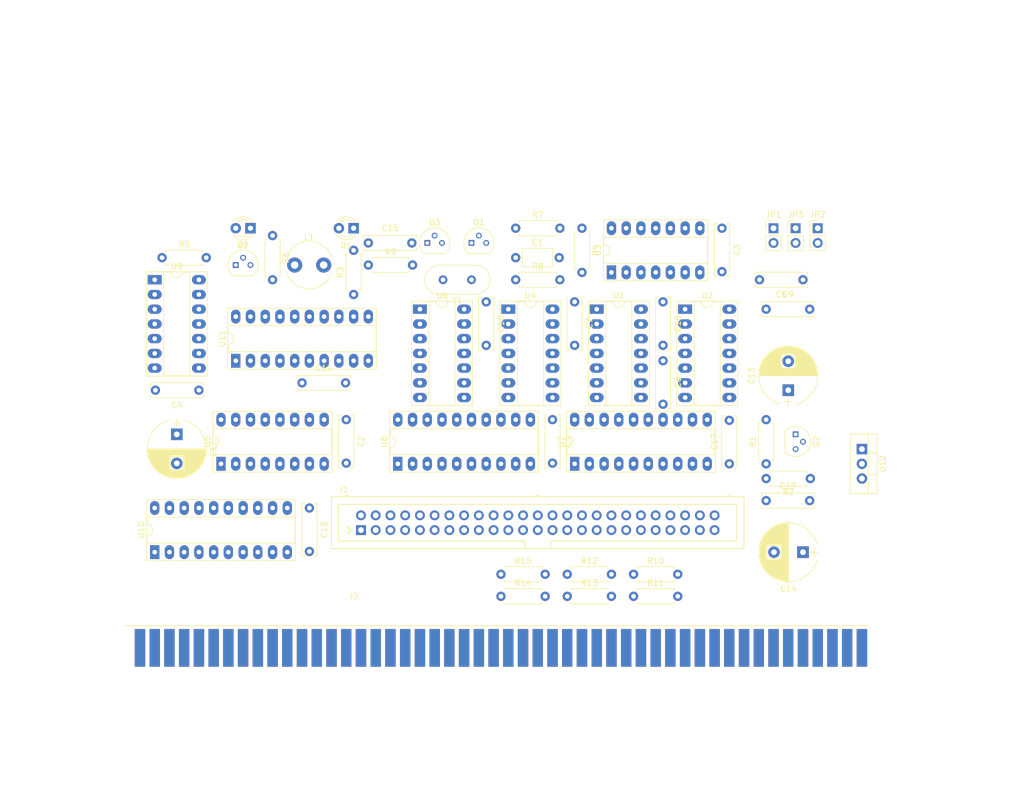
<source format=kicad_pcb>
(kicad_pcb (version 4) (host pcbnew 4.0.7)
  (layers (0 F.Cu signal) (31 B.Cu signal) (35 F.Paste user) (37 F.SilkS user) (39 F.Mask user) (44 Edge.Cuts user))
  (net 0 "")
  (net 1 "Net-(C1-Pad1)")
  (net 2 "Net-(Q1-Pad3)")
  (net 3 "Net-(Q3-Pad2)")
  (net 4 GND)
  (net 5 "Net-(D1-Pad1)")
  (net 6 "Net-(Q4-Pad2)")
  (net 7 "Net-(D2-Pad1)")
  (net 8 "Net-(D1-Pad2)")
  (net 9 "Net-(D2-Pad2)")
  (net 10 VCC)
  (net 11 "Net-(R4-Pad2)")
  (net 12 SRAM)
  (net 13 "Net-(U1-Pad1)")
  (net 14 RESET)
  (net 15 "Net-(U1-Pad2)")
  (net 16 *RESET)
  (net 17 "Net-(U1-Pad3)")
  (net 18 "Net-(U1-Pad10)")
  (net 19 "Net-(U1-Pad4)")
  (net 20 R/*W)
  (net 21 *AS)
  (net 22 OSC)
  (net 23 BALE)
  (net 24 "Net-(U2-Pad8)")
  (net 25 *DS)
  (net 26 "Net-(U2-Pad6)")
  (net 27 *IOW)
  (net 28 "Net-(U3-Pad2)")
  (net 29 *MEMR)
  (net 30 *IOR)
  (net 31 *MEMW)
  (net 32 "Net-(U4-Pad1)")
  (net 33 "Net-(U4-Pad11)")
  (net 34 *IOREQ)
  (net 35 *MREQ)
  (net 36 D15)
  (net 37 SD0)
  (net 38 D14)
  (net 39 SD1)
  (net 40 D13)
  (net 41 SD2)
  (net 42 D12)
  (net 43 SD3)
  (net 44 D11)
  (net 45 SD4)
  (net 46 D10)
  (net 47 SD5)
  (net 48 D9)
  (net 49 SD6)
  (net 50 D8)
  (net 51 SD7)
  (net 52 "Net-(U9-Pad4)")
  (net 53 A9)
  (net 54 "Net-(U9-Pad11)")
  (net 55 "Net-(U10-Pad1)")
  (net 56 D7)
  (net 57 D6)
  (net 58 D5)
  (net 59 D4)
  (net 60 D3)
  (net 61 D2)
  (net 62 D1)
  (net 63 D0)
  (net 64 SA0)
  (net 65 4MHz)
  (net 66 "Net-(J1-Pad30)")
  (net 67 "Net-(J1-Pad32)")
  (net 68 SA14)
  (net 69 "Net-(J1-Pad34)")
  (net 70 SA15)
  (net 71 "Net-(J1-Pad36)")
  (net 72 SA16)
  (net 73 IRQ)
  (net 74 SA17)
  (net 75 SA18)
  (net 76 SA19)
  (net 77 *WAIT)
  (net 78 +12V)
  (net 79 -12V)
  (net 80 -5V)
  (net 81 "Net-(J2-Pad46)")
  (net 82 "Net-(J2-Pad48)")
  (net 83 "Net-(J2-Pad52)")
  (net 84 "Net-(J2-Pad54)")
  (net 85 "Net-(J2-Pad56)")
  (net 86 "Net-(J2-Pad86)")
  (net 87 "Net-(J2-Pad88)")
  (net 88 "Net-(J2-Pad74)")
  (net 89 "Net-(J2-Pad76)")
  (net 90 "Net-(J2-Pad80)")
  (net 91 "Net-(J2-Pad82)")
  (net 92 "Net-(J2-Pad68)")
  (net 93 "Net-(J2-Pad66)")
  (net 94 "Net-(J2-Pad64)")
  (net 95 "Net-(J2-Pad62)")
  (net 96 "Net-(J2-Pad60)")
  (net 97 "Net-(J2-Pad58)")
  (net 98 "Net-(J2-Pad57)")
  (net 99 "Net-(J2-Pad59)")
  (net 100 "Net-(J2-Pad61)")
  (net 101 "Net-(J2-Pad63)")
  (net 102 "Net-(J2-Pad65)")
  (net 103 "Net-(J2-Pad67)")
  (net 104 "Net-(J2-Pad79)")
  (net 105 "Net-(J2-Pad77)")
  (net 106 "Net-(J2-Pad75)")
  (net 107 "Net-(J2-Pad73)")
  (net 108 "Net-(J2-Pad71)")
  (net 109 "Net-(J2-Pad87)")
  (net 110 "Net-(J2-Pad85)")
  (net 111 "Net-(J2-Pad51)")
  (net 112 "Net-(J2-Pad47)")
  (net 113 "Net-(J2-Pad45)")
  (net 114 SN0)
  (net 115 SN2)
  (net 116 A14)
  (net 117 A12)
  (net 118 A10)
  (net 119 A8)
  (net 120 A6)
  (net 121 A4)
  (net 122 A2)
  (net 123 A0)
  (net 124 *COMVI2)
  (net 125 MREQ)
  (net 126 *SYSINT)
  (net 127 *COMVI1)
  (net 128 *SRAM)
  (net 129 A1)
  (net 130 A3)
  (net 131 A5)
  (net 132 A7)
  (net 133 A11)
  (net 134 A13)
  (net 135 A15)
  (net 136 SN3)
  (net 137 SN1)
  (net 138 "Net-(U6-Pad4)")
  (net 139 "Net-(U6-Pad6)")
  (net 140 "Net-(U8-Pad19)")
  (net 141 I/O_CH_RDY)
  (net 142 "Net-(JP1-Pad1)")
  (net 143 COMVI2)
  (net 144 "Net-(Q2-Pad2)")
  (net 145 "Net-(C15-Pad1)")
  (net 146 "Net-(C15-Pad2)")
  (net 147 "Net-(R14-Pad1)")
  (net 148 "Net-(U6-Pad1)")
  (net 149 "Net-(U11-Pad11)")
  (net 150 "Net-(U11-Pad16)")
  (net 151 "Net-(U11-Pad19)")
  (module TO_SOT_Packages_THT:TO-92_Molded_Narrow (layer F.Cu) (at 116.84 63.5)
    (fp_text reference Q1 (at 1.27 -3.56) (layer F.SilkS))
    (fp_text value BF244C)
    (pad 2 thru_hole circle (at 1.27 -1.27 90) (size 1 1) (drill 0.6) (layers *.Cu *.Mask) (net 1 "Net-(C1-Pad1)"))
    (pad 3 thru_hole circle (at 2.54 0 90) (size 1 1) (drill 0.6) (layers *.Cu *.Mask) (net 2 "Net-(Q1-Pad3)"))
    (pad 1 thru_hole rect (at 0 0 90) (size 1 1) (drill 0.6) (layers *.Cu *.Mask) (net 146 "Net-(C15-Pad2)"))
  )
  (module TO_SOT_Packages_THT:TO-92_Molded_Narrow (layer F.Cu) (at 109.22 63.5)
    (fp_text reference Q3 (at 1.27 -3.56) (layer F.SilkS))
    (fp_text value BC547)
    (pad 2 thru_hole circle (at 1.27 -1.27 90) (size 1 1) (drill 0.6) (layers *.Cu *.Mask) (net 3 "Net-(Q3-Pad2)"))
    (pad 3 thru_hole circle (at 2.54 0 90) (size 1 1) (drill 0.6) (layers *.Cu *.Mask) (net 4 GND))
    (pad 1 thru_hole rect (at 0 0 90) (size 1 1) (drill 0.6) (layers *.Cu *.Mask) (net 5 "Net-(D1-Pad1)"))
  )
  (module TO_SOT_Packages_THT:TO-92_Molded_Narrow (layer F.Cu) (at 76.2 67.31)
    (fp_text reference Q4 (at 1.27 -3.56) (layer F.SilkS))
    (fp_text value BC547)
    (pad 2 thru_hole circle (at 1.27 -1.27 90) (size 1 1) (drill 0.6) (layers *.Cu *.Mask) (net 6 "Net-(Q4-Pad2)"))
    (pad 3 thru_hole circle (at 2.54 0 90) (size 1 1) (drill 0.6) (layers *.Cu *.Mask) (net 4 GND))
    (pad 1 thru_hole rect (at 0 0 90) (size 1 1) (drill 0.6) (layers *.Cu *.Mask) (net 7 "Net-(D2-Pad1)"))
  )
  (module Capacitors_THT:C_Axial_L5.1mm_D3.1mm_P7.50mm_Horizontal (layer F.Cu) (at 124.46 66.04)
    (fp_text reference C1 (at 3.75 -2.61) (layer F.SilkS))
    (fp_text value C)
    (pad 1 thru_hole circle (at 0 0) (size 1.6 1.6) (drill 0.8) (layers *.Cu *.Mask) (net 1 "Net-(C1-Pad1)"))
    (pad 2 thru_hole oval (at 7.5 0) (size 1.6 1.6) (drill 0.8) (layers *.Cu *.Mask) (net 4 GND))
  )
  (module LEDs:LED_D3.0mm (layer F.Cu) (at 96.52 60.96 180)
    (fp_text reference D1 (at 1.27 -2.96 180) (layer F.SilkS))
    (fp_text value LED)
    (pad 1 thru_hole rect (at 0 0 180) (size 1.8 1.8) (drill 0.9) (layers *.Cu *.Mask) (net 5 "Net-(D1-Pad1)"))
    (pad 2 thru_hole circle (at 2.54 0 180) (size 1.8 1.8) (drill 0.9) (layers *.Cu *.Mask) (net 8 "Net-(D1-Pad2)"))
  )
  (module LEDs:LED_D3.0mm (layer F.Cu) (at 78.74 60.96 180)
    (fp_text reference D2 (at 1.27 -2.96 180) (layer F.SilkS))
    (fp_text value LED)
    (pad 1 thru_hole rect (at 0 0 180) (size 1.8 1.8) (drill 0.9) (layers *.Cu *.Mask) (net 7 "Net-(D2-Pad1)"))
    (pad 2 thru_hole circle (at 2.54 0 180) (size 1.8 1.8) (drill 0.9) (layers *.Cu *.Mask) (net 9 "Net-(D2-Pad2)"))
  )
  (module Inductors_THT:L_Radial_D7.5mm_P5.00mm_Fastron_07P (layer F.Cu) (at 86.36 67.31)
    (fp_text reference L1 (at 2.5 -4.81) (layer F.SilkS))
    (fp_text value 1.8m)
    (pad 1 thru_hole circle (at 0 0) (size 2.6 2.6) (drill 1.3) (layers *.Cu *.Mask) (net 10 VCC))
    (pad 2 thru_hole circle (at 5 0) (size 2.6 2.6) (drill 1.3) (layers *.Cu *.Mask) (net 146 "Net-(C15-Pad2)"))
  )
  (module Resistors_THT:R_Axial_DIN0207_L6.3mm_D2.5mm_P7.62mm_Horizontal (layer F.Cu) (at 96.52 72.39 90)
    (fp_text reference R3 (at 3.81 -2.31 90) (layer F.SilkS))
    (fp_text value 470)
    (pad 1 thru_hole circle (at 0 0 90) (size 1.6 1.6) (drill 0.8) (layers *.Cu *.Mask) (net 10 VCC))
    (pad 2 thru_hole oval (at 7.62 0 90) (size 1.6 1.6) (drill 0.8) (layers *.Cu *.Mask) (net 8 "Net-(D1-Pad2)"))
  )
  (module Resistors_THT:R_Axial_DIN0207_L6.3mm_D2.5mm_P7.62mm_Horizontal (layer F.Cu) (at 135.89 60.96 270)
    (fp_text reference R4 (at 3.81 -2.31 270) (layer F.SilkS))
    (fp_text value 8.2k)
    (pad 1 thru_hole circle (at 0 0 270) (size 1.6 1.6) (drill 0.8) (layers *.Cu *.Mask) (net 3 "Net-(Q3-Pad2)"))
    (pad 2 thru_hole oval (at 7.62 0 270) (size 1.6 1.6) (drill 0.8) (layers *.Cu *.Mask) (net 11 "Net-(R4-Pad2)"))
  )
  (module Resistors_THT:R_Axial_DIN0207_L6.3mm_D2.5mm_P7.62mm_Horizontal (layer F.Cu) (at 63.5 66.04)
    (fp_text reference R5 (at 3.81 -2.31) (layer F.SilkS))
    (fp_text value 470)
    (pad 1 thru_hole circle (at 0 0) (size 1.6 1.6) (drill 0.8) (layers *.Cu *.Mask) (net 10 VCC))
    (pad 2 thru_hole oval (at 7.62 0) (size 1.6 1.6) (drill 0.8) (layers *.Cu *.Mask) (net 9 "Net-(D2-Pad2)"))
  )
  (module Resistors_THT:R_Axial_DIN0207_L6.3mm_D2.5mm_P7.62mm_Horizontal (layer F.Cu) (at 82.55 62.23 270)
    (fp_text reference R6 (at 3.81 -2.31 270) (layer F.SilkS))
    (fp_text value 8.2k)
    (pad 1 thru_hole circle (at 0 0 270) (size 1.6 1.6) (drill 0.8) (layers *.Cu *.Mask) (net 6 "Net-(Q4-Pad2)"))
    (pad 2 thru_hole oval (at 7.62 0 270) (size 1.6 1.6) (drill 0.8) (layers *.Cu *.Mask) (net 12 SRAM))
  )
  (module Resistors_THT:R_Axial_DIN0207_L6.3mm_D2.5mm_P7.62mm_Horizontal (layer F.Cu) (at 124.46 60.96)
    (fp_text reference R7 (at 3.81 -2.31) (layer F.SilkS))
    (fp_text value 100k)
    (pad 1 thru_hole circle (at 0 0) (size 1.6 1.6) (drill 0.8) (layers *.Cu *.Mask) (net 2 "Net-(Q1-Pad3)"))
    (pad 2 thru_hole oval (at 7.62 0) (size 1.6 1.6) (drill 0.8) (layers *.Cu *.Mask) (net 4 GND))
  )
  (module Resistors_THT:R_Axial_DIN0207_L6.3mm_D2.5mm_P7.62mm_Horizontal (layer F.Cu) (at 124.46 69.85)
    (fp_text reference R8 (at 3.81 -2.31) (layer F.SilkS))
    (fp_text value 1k)
    (pad 1 thru_hole circle (at 0 0) (size 1.6 1.6) (drill 0.8) (layers *.Cu *.Mask) (net 1 "Net-(C1-Pad1)"))
    (pad 2 thru_hole oval (at 7.62 0) (size 1.6 1.6) (drill 0.8) (layers *.Cu *.Mask) (net 4 GND))
  )
  (module Resistors_THT:R_Axial_DIN0207_L6.3mm_D2.5mm_P7.62mm_Horizontal (layer F.Cu) (at 99.06 67.31)
    (fp_text reference R9 (at 3.81 -2.31) (layer F.SilkS))
    (fp_text value 3.3k)
    (pad 1 thru_hole circle (at 0 0) (size 1.6 1.6) (drill 0.8) (layers *.Cu *.Mask) (net 145 "Net-(C15-Pad1)"))
    (pad 2 thru_hole oval (at 7.62 0) (size 1.6 1.6) (drill 0.8) (layers *.Cu *.Mask) (net 4 GND))
  )
  (module Housings_DIP:DIP-14_W7.62mm_Socket_LongPads (layer F.Cu) (at 138.43 74.93)
    (fp_text reference U1 (at 3.81 -2.33) (layer F.SilkS))
    (fp_text value 74LS04)
    (pad 1 thru_hole rect (at 0 0) (size 2.4 1.6) (drill 0.8) (layers *.Cu *.Mask) (net 13 "Net-(U1-Pad1)"))
    (pad 8 thru_hole oval (at 7.62 15.24) (size 2.4 1.6) (drill 0.8) (layers *.Cu *.Mask) (net 14 RESET))
    (pad 2 thru_hole oval (at 0 2.54) (size 2.4 1.6) (drill 0.8) (layers *.Cu *.Mask) (net 15 "Net-(U1-Pad2)"))
    (pad 9 thru_hole oval (at 7.62 12.7) (size 2.4 1.6) (drill 0.8) (layers *.Cu *.Mask) (net 16 *RESET))
    (pad 3 thru_hole oval (at 0 5.08) (size 2.4 1.6) (drill 0.8) (layers *.Cu *.Mask) (net 17 "Net-(U1-Pad3)"))
    (pad 10 thru_hole oval (at 7.62 10.16) (size 2.4 1.6) (drill 0.8) (layers *.Cu *.Mask) (net 18 "Net-(U1-Pad10)"))
    (pad 4 thru_hole oval (at 0 7.62) (size 2.4 1.6) (drill 0.8) (layers *.Cu *.Mask) (net 19 "Net-(U1-Pad4)"))
    (pad 11 thru_hole oval (at 7.62 7.62) (size 2.4 1.6) (drill 0.8) (layers *.Cu *.Mask) (net 20 R/*W))
    (pad 5 thru_hole oval (at 0 10.16) (size 2.4 1.6) (drill 0.8) (layers *.Cu *.Mask) (net 21 *AS))
    (pad 12 thru_hole oval (at 7.62 5.08) (size 2.4 1.6) (drill 0.8) (layers *.Cu *.Mask) (net 22 OSC))
    (pad 6 thru_hole oval (at 0 12.7) (size 2.4 1.6) (drill 0.8) (layers *.Cu *.Mask) (net 23 BALE))
    (pad 13 thru_hole oval (at 7.62 2.54) (size 2.4 1.6) (drill 0.8) (layers *.Cu *.Mask) (net 145 "Net-(C15-Pad1)"))
    (pad 7 thru_hole oval (at 0 15.24) (size 2.4 1.6) (drill 0.8) (layers *.Cu *.Mask) (net 4 GND))
    (pad 14 thru_hole oval (at 7.62 0) (size 2.4 1.6) (drill 0.8) (layers *.Cu *.Mask) (net 10 VCC))
  )
  (module Housings_DIP:DIP-14_W7.62mm_Socket_LongPads (layer F.Cu) (at 153.67 74.93)
    (fp_text reference U2 (at 3.81 -2.33) (layer F.SilkS))
    (fp_text value 74LS74)
    (pad 1 thru_hole rect (at 0 0) (size 2.4 1.6) (drill 0.8) (layers *.Cu *.Mask) (net 15 "Net-(U1-Pad2)"))
    (pad 8 thru_hole oval (at 7.62 15.24) (size 2.4 1.6) (drill 0.8) (layers *.Cu *.Mask) (net 24 "Net-(U2-Pad8)"))
    (pad 2 thru_hole oval (at 0 2.54) (size 2.4 1.6) (drill 0.8) (layers *.Cu *.Mask) (net 10 VCC))
    (pad 9 thru_hole oval (at 7.62 12.7) (size 2.4 1.6) (drill 0.8) (layers *.Cu *.Mask) (net 17 "Net-(U1-Pad3)"))
    (pad 3 thru_hole oval (at 0 5.08) (size 2.4 1.6) (drill 0.8) (layers *.Cu *.Mask) (net 21 *AS))
    (pad 10 thru_hole oval (at 7.62 10.16) (size 2.4 1.6) (drill 0.8) (layers *.Cu *.Mask) (net 10 VCC))
    (pad 4 thru_hole oval (at 0 7.62) (size 2.4 1.6) (drill 0.8) (layers *.Cu *.Mask) (net 10 VCC))
    (pad 11 thru_hole oval (at 7.62 7.62) (size 2.4 1.6) (drill 0.8) (layers *.Cu *.Mask) (net 25 *DS))
    (pad 5 thru_hole oval (at 0 10.16) (size 2.4 1.6) (drill 0.8) (layers *.Cu *.Mask) (net 13 "Net-(U1-Pad1)"))
    (pad 12 thru_hole oval (at 7.62 5.08) (size 2.4 1.6) (drill 0.8) (layers *.Cu *.Mask) (net 10 VCC))
    (pad 6 thru_hole oval (at 0 12.7) (size 2.4 1.6) (drill 0.8) (layers *.Cu *.Mask) (net 26 "Net-(U2-Pad6)"))
    (pad 13 thru_hole oval (at 7.62 2.54) (size 2.4 1.6) (drill 0.8) (layers *.Cu *.Mask) (net 19 "Net-(U1-Pad4)"))
    (pad 7 thru_hole oval (at 0 15.24) (size 2.4 1.6) (drill 0.8) (layers *.Cu *.Mask) (net 4 GND))
    (pad 14 thru_hole oval (at 7.62 0) (size 2.4 1.6) (drill 0.8) (layers *.Cu *.Mask) (net 10 VCC))
  )
  (module Housings_DIP:DIP-14_W7.62mm_Socket_LongPads (layer F.Cu) (at 140.97 68.58 90)
    (fp_text reference U3 (at 3.81 -2.33 90) (layer F.SilkS))
    (fp_text value 74LS00)
    (pad 1 thru_hole rect (at 0 0 90) (size 2.4 1.6) (drill 0.8) (layers *.Cu *.Mask) (net 20 R/*W))
    (pad 8 thru_hole oval (at 7.62 15.24 90) (size 2.4 1.6) (drill 0.8) (layers *.Cu *.Mask) (net 27 *IOW))
    (pad 2 thru_hole oval (at 0 2.54 90) (size 2.4 1.6) (drill 0.8) (layers *.Cu *.Mask) (net 28 "Net-(U3-Pad2)"))
    (pad 9 thru_hole oval (at 7.62 12.7 90) (size 2.4 1.6) (drill 0.8) (layers *.Cu *.Mask) (net 11 "Net-(R4-Pad2)"))
    (pad 3 thru_hole oval (at 0 5.08 90) (size 2.4 1.6) (drill 0.8) (layers *.Cu *.Mask) (net 29 *MEMR))
    (pad 10 thru_hole oval (at 7.62 10.16 90) (size 2.4 1.6) (drill 0.8) (layers *.Cu *.Mask) (net 18 "Net-(U1-Pad10)"))
    (pad 4 thru_hole oval (at 0 7.62 90) (size 2.4 1.6) (drill 0.8) (layers *.Cu *.Mask) (net 18 "Net-(U1-Pad10)"))
    (pad 11 thru_hole oval (at 7.62 7.62 90) (size 2.4 1.6) (drill 0.8) (layers *.Cu *.Mask) (net 30 *IOR))
    (pad 5 thru_hole oval (at 0 10.16 90) (size 2.4 1.6) (drill 0.8) (layers *.Cu *.Mask) (net 28 "Net-(U3-Pad2)"))
    (pad 12 thru_hole oval (at 7.62 5.08 90) (size 2.4 1.6) (drill 0.8) (layers *.Cu *.Mask) (net 11 "Net-(R4-Pad2)"))
    (pad 6 thru_hole oval (at 0 12.7 90) (size 2.4 1.6) (drill 0.8) (layers *.Cu *.Mask) (net 31 *MEMW))
    (pad 13 thru_hole oval (at 7.62 2.54 90) (size 2.4 1.6) (drill 0.8) (layers *.Cu *.Mask) (net 20 R/*W))
    (pad 7 thru_hole oval (at 0 15.24 90) (size 2.4 1.6) (drill 0.8) (layers *.Cu *.Mask) (net 4 GND))
    (pad 14 thru_hole oval (at 7.62 0 90) (size 2.4 1.6) (drill 0.8) (layers *.Cu *.Mask) (net 10 VCC))
  )
  (module Housings_DIP:DIP-14_W7.62mm_Socket_LongPads (layer F.Cu) (at 123.19 74.93)
    (fp_text reference U4 (at 3.81 -2.33) (layer F.SilkS))
    (fp_text value 74LS02)
    (pad 1 thru_hole rect (at 0 0) (size 2.4 1.6) (drill 0.8) (layers *.Cu *.Mask) (net 32 "Net-(U4-Pad1)"))
    (pad 8 thru_hole oval (at 7.62 15.24) (size 2.4 1.6) (drill 0.8) (layers *.Cu *.Mask) (net 33 "Net-(U4-Pad11)"))
    (pad 2 thru_hole oval (at 0 2.54) (size 2.4 1.6) (drill 0.8) (layers *.Cu *.Mask) (net 33 "Net-(U4-Pad11)"))
    (pad 9 thru_hole oval (at 7.62 12.7) (size 2.4 1.6) (drill 0.8) (layers *.Cu *.Mask) (net 34 *IOREQ))
    (pad 3 thru_hole oval (at 0 5.08) (size 2.4 1.6) (drill 0.8) (layers *.Cu *.Mask) (net 17 "Net-(U1-Pad3)"))
    (pad 10 thru_hole oval (at 7.62 10.16) (size 2.4 1.6) (drill 0.8) (layers *.Cu *.Mask) (net 11 "Net-(R4-Pad2)"))
    (pad 4 thru_hole oval (at 0 7.62) (size 2.4 1.6) (drill 0.8) (layers *.Cu *.Mask) (net 33 "Net-(U4-Pad11)"))
    (pad 11 thru_hole oval (at 7.62 7.62) (size 2.4 1.6) (drill 0.8) (layers *.Cu *.Mask) (net 33 "Net-(U4-Pad11)"))
    (pad 5 thru_hole oval (at 0 10.16) (size 2.4 1.6) (drill 0.8) (layers *.Cu *.Mask) (net 13 "Net-(U1-Pad1)"))
    (pad 12 thru_hole oval (at 7.62 5.08) (size 2.4 1.6) (drill 0.8) (layers *.Cu *.Mask) (net 35 *MREQ))
    (pad 6 thru_hole oval (at 0 12.7) (size 2.4 1.6) (drill 0.8) (layers *.Cu *.Mask) (net 32 "Net-(U4-Pad1)"))
    (pad 13 thru_hole oval (at 7.62 2.54) (size 2.4 1.6) (drill 0.8) (layers *.Cu *.Mask) (net 28 "Net-(U3-Pad2)"))
    (pad 7 thru_hole oval (at 0 15.24) (size 2.4 1.6) (drill 0.8) (layers *.Cu *.Mask) (net 4 GND))
    (pad 14 thru_hole oval (at 7.62 0) (size 2.4 1.6) (drill 0.8) (layers *.Cu *.Mask) (net 10 VCC))
  )
  (module Housings_DIP:DIP-20_W7.62mm_Socket_LongPads (layer F.Cu) (at 104.14 101.6 90)
    (fp_text reference U8 (at 3.81 -2.33 90) (layer F.SilkS))
    (fp_text value 74LS245)
    (pad 1 thru_hole rect (at 0 0 90) (size 2.4 1.6) (drill 0.8) (layers *.Cu *.Mask) (net 10 VCC))
    (pad 11 thru_hole oval (at 7.62 22.86 90) (size 2.4 1.6) (drill 0.8) (layers *.Cu *.Mask) (net 36 D15))
    (pad 2 thru_hole oval (at 0 2.54 90) (size 2.4 1.6) (drill 0.8) (layers *.Cu *.Mask) (net 37 SD0))
    (pad 12 thru_hole oval (at 7.62 20.32 90) (size 2.4 1.6) (drill 0.8) (layers *.Cu *.Mask) (net 38 D14))
    (pad 3 thru_hole oval (at 0 5.08 90) (size 2.4 1.6) (drill 0.8) (layers *.Cu *.Mask) (net 39 SD1))
    (pad 13 thru_hole oval (at 7.62 17.78 90) (size 2.4 1.6) (drill 0.8) (layers *.Cu *.Mask) (net 40 D13))
    (pad 4 thru_hole oval (at 0 7.62 90) (size 2.4 1.6) (drill 0.8) (layers *.Cu *.Mask) (net 41 SD2))
    (pad 14 thru_hole oval (at 7.62 15.24 90) (size 2.4 1.6) (drill 0.8) (layers *.Cu *.Mask) (net 42 D12))
    (pad 5 thru_hole oval (at 0 10.16 90) (size 2.4 1.6) (drill 0.8) (layers *.Cu *.Mask) (net 43 SD3))
    (pad 15 thru_hole oval (at 7.62 12.7 90) (size 2.4 1.6) (drill 0.8) (layers *.Cu *.Mask) (net 44 D11))
    (pad 6 thru_hole oval (at 0 12.7 90) (size 2.4 1.6) (drill 0.8) (layers *.Cu *.Mask) (net 45 SD4))
    (pad 16 thru_hole oval (at 7.62 10.16 90) (size 2.4 1.6) (drill 0.8) (layers *.Cu *.Mask) (net 46 D10))
    (pad 7 thru_hole oval (at 0 15.24 90) (size 2.4 1.6) (drill 0.8) (layers *.Cu *.Mask) (net 47 SD5))
    (pad 17 thru_hole oval (at 7.62 7.62 90) (size 2.4 1.6) (drill 0.8) (layers *.Cu *.Mask) (net 48 D9))
    (pad 8 thru_hole oval (at 0 17.78 90) (size 2.4 1.6) (drill 0.8) (layers *.Cu *.Mask) (net 49 SD6))
    (pad 18 thru_hole oval (at 7.62 5.08 90) (size 2.4 1.6) (drill 0.8) (layers *.Cu *.Mask) (net 50 D8))
    (pad 9 thru_hole oval (at 0 20.32 90) (size 2.4 1.6) (drill 0.8) (layers *.Cu *.Mask) (net 51 SD7))
    (pad 19 thru_hole oval (at 7.62 2.54 90) (size 2.4 1.6) (drill 0.8) (layers *.Cu *.Mask) (net 140 "Net-(U8-Pad19)"))
    (pad 10 thru_hole oval (at 0 22.86 90) (size 2.4 1.6) (drill 0.8) (layers *.Cu *.Mask) (net 4 GND))
    (pad 20 thru_hole oval (at 7.62 0 90) (size 2.4 1.6) (drill 0.8) (layers *.Cu *.Mask) (net 10 VCC))
  )
  (module Housings_DIP:DIP-14_W7.62mm_Socket_LongPads (layer F.Cu) (at 62.23 69.85)
    (fp_text reference U9 (at 3.81 -2.33) (layer F.SilkS))
    (fp_text value 74LS00)
    (pad 1 thru_hole rect (at 0 0) (size 2.4 1.6) (drill 0.8) (layers *.Cu *.Mask) (net 20 R/*W))
    (pad 8 thru_hole oval (at 7.62 15.24) (size 2.4 1.6) (drill 0.8) (layers *.Cu *.Mask) (net 52 "Net-(U9-Pad4)"))
    (pad 2 thru_hole oval (at 0 2.54) (size 2.4 1.6) (drill 0.8) (layers *.Cu *.Mask) (net 12 SRAM))
    (pad 9 thru_hole oval (at 7.62 12.7) (size 2.4 1.6) (drill 0.8) (layers *.Cu *.Mask) (net 138 "Net-(U6-Pad4)"))
    (pad 3 thru_hole oval (at 0 5.08) (size 2.4 1.6) (drill 0.8) (layers *.Cu *.Mask) (net 140 "Net-(U8-Pad19)"))
    (pad 10 thru_hole oval (at 7.62 10.16) (size 2.4 1.6) (drill 0.8) (layers *.Cu *.Mask) (net 53 A9))
    (pad 4 thru_hole oval (at 0 7.62) (size 2.4 1.6) (drill 0.8) (layers *.Cu *.Mask) (net 52 "Net-(U9-Pad4)"))
    (pad 11 thru_hole oval (at 7.62 7.62) (size 2.4 1.6) (drill 0.8) (layers *.Cu *.Mask) (net 54 "Net-(U9-Pad11)"))
    (pad 5 thru_hole oval (at 0 10.16) (size 2.4 1.6) (drill 0.8) (layers *.Cu *.Mask) (net 54 "Net-(U9-Pad11)"))
    (pad 12 thru_hole oval (at 7.62 5.08) (size 2.4 1.6) (drill 0.8) (layers *.Cu *.Mask) (net 139 "Net-(U6-Pad6)"))
    (pad 6 thru_hole oval (at 0 12.7) (size 2.4 1.6) (drill 0.8) (layers *.Cu *.Mask) (net 55 "Net-(U10-Pad1)"))
    (pad 13 thru_hole oval (at 7.62 2.54) (size 2.4 1.6) (drill 0.8) (layers *.Cu *.Mask) (net 12 SRAM))
    (pad 7 thru_hole oval (at 0 15.24) (size 2.4 1.6) (drill 0.8) (layers *.Cu *.Mask) (net 4 GND))
    (pad 14 thru_hole oval (at 7.62 0) (size 2.4 1.6) (drill 0.8) (layers *.Cu *.Mask) (net 10 VCC))
  )
  (module Housings_DIP:DIP-20_W7.62mm_Socket_LongPads (layer F.Cu) (at 62.23 116.84 90)
    (fp_text reference U10 (at 3.81 -2.33 90) (layer F.SilkS))
    (fp_text value 74LS245)
    (pad 1 thru_hole rect (at 0 0 90) (size 2.4 1.6) (drill 0.8) (layers *.Cu *.Mask) (net 55 "Net-(U10-Pad1)"))
    (pad 11 thru_hole oval (at 7.62 22.86 90) (size 2.4 1.6) (drill 0.8) (layers *.Cu *.Mask) (net 56 D7))
    (pad 2 thru_hole oval (at 0 2.54 90) (size 2.4 1.6) (drill 0.8) (layers *.Cu *.Mask) (net 37 SD0))
    (pad 12 thru_hole oval (at 7.62 20.32 90) (size 2.4 1.6) (drill 0.8) (layers *.Cu *.Mask) (net 57 D6))
    (pad 3 thru_hole oval (at 0 5.08 90) (size 2.4 1.6) (drill 0.8) (layers *.Cu *.Mask) (net 39 SD1))
    (pad 13 thru_hole oval (at 7.62 17.78 90) (size 2.4 1.6) (drill 0.8) (layers *.Cu *.Mask) (net 58 D5))
    (pad 4 thru_hole oval (at 0 7.62 90) (size 2.4 1.6) (drill 0.8) (layers *.Cu *.Mask) (net 41 SD2))
    (pad 14 thru_hole oval (at 7.62 15.24 90) (size 2.4 1.6) (drill 0.8) (layers *.Cu *.Mask) (net 59 D4))
    (pad 5 thru_hole oval (at 0 10.16 90) (size 2.4 1.6) (drill 0.8) (layers *.Cu *.Mask) (net 43 SD3))
    (pad 15 thru_hole oval (at 7.62 12.7 90) (size 2.4 1.6) (drill 0.8) (layers *.Cu *.Mask) (net 60 D3))
    (pad 6 thru_hole oval (at 0 12.7 90) (size 2.4 1.6) (drill 0.8) (layers *.Cu *.Mask) (net 45 SD4))
    (pad 16 thru_hole oval (at 7.62 10.16 90) (size 2.4 1.6) (drill 0.8) (layers *.Cu *.Mask) (net 61 D2))
    (pad 7 thru_hole oval (at 0 15.24 90) (size 2.4 1.6) (drill 0.8) (layers *.Cu *.Mask) (net 47 SD5))
    (pad 17 thru_hole oval (at 7.62 7.62 90) (size 2.4 1.6) (drill 0.8) (layers *.Cu *.Mask) (net 62 D1))
    (pad 8 thru_hole oval (at 0 17.78 90) (size 2.4 1.6) (drill 0.8) (layers *.Cu *.Mask) (net 49 SD6))
    (pad 18 thru_hole oval (at 7.62 5.08 90) (size 2.4 1.6) (drill 0.8) (layers *.Cu *.Mask) (net 63 D0))
    (pad 9 thru_hole oval (at 0 20.32 90) (size 2.4 1.6) (drill 0.8) (layers *.Cu *.Mask) (net 51 SD7))
    (pad 19 thru_hole oval (at 7.62 2.54 90) (size 2.4 1.6) (drill 0.8) (layers *.Cu *.Mask) (net 4 GND))
    (pad 10 thru_hole oval (at 0 22.86 90) (size 2.4 1.6) (drill 0.8) (layers *.Cu *.Mask) (net 4 GND))
    (pad 20 thru_hole oval (at 7.62 0 90) (size 2.4 1.6) (drill 0.8) (layers *.Cu *.Mask) (net 10 VCC))
  )
  (module Crystals:Crystal_HC18-U_Vertical (layer F.Cu) (at 116.84 69.85 180)
    (fp_text reference Y1 (at 2.45 -3.525 180) (layer F.SilkS))
    (fp_text value 14.31818MHz)
    (pad 1 thru_hole circle (at 0 0 180) (size 1.5 1.5) (drill 0.8) (layers *.Cu *.Mask) (net 2 "Net-(Q1-Pad3)"))
    (pad 2 thru_hole circle (at 4.9 0 180) (size 1.5 1.5) (drill 0.8) (layers *.Cu *.Mask) (net 146 "Net-(C15-Pad2)"))
  )
  (module Capacitors_THT:C_Rect_L9.0mm_W2.5mm_P7.50mm_MKT (layer F.Cu) (at 95.25 93.98 270)
    (fp_text reference C2 (at 3.75 -2.56 270) (layer F.SilkS))
    (fp_text value C)
    (pad 1 thru_hole circle (at 0 0 270) (size 1.6 1.6) (drill 0.8) (layers *.Cu *.Mask) (net 10 VCC))
    (pad 2 thru_hole circle (at 7.5 0 270) (size 1.6 1.6) (drill 0.8) (layers *.Cu *.Mask) (net 4 GND))
  )
  (module Capacitors_THT:C_Rect_L9.0mm_W2.5mm_P7.50mm_MKT (layer F.Cu) (at 160.02 60.96 270)
    (fp_text reference C3 (at 3.75 -2.56 270) (layer F.SilkS))
    (fp_text value C)
    (pad 1 thru_hole circle (at 0 0 270) (size 1.6 1.6) (drill 0.8) (layers *.Cu *.Mask) (net 10 VCC))
    (pad 2 thru_hole circle (at 7.5 0 270) (size 1.6 1.6) (drill 0.8) (layers *.Cu *.Mask) (net 4 GND))
  )
  (module Capacitors_THT:C_Rect_L9.0mm_W2.5mm_P7.50mm_MKT (layer F.Cu) (at 69.85 88.9 180)
    (fp_text reference C4 (at 3.75 -2.56 180) (layer F.SilkS))
    (fp_text value C)
    (pad 1 thru_hole circle (at 0 0 180) (size 1.6 1.6) (drill 0.8) (layers *.Cu *.Mask) (net 10 VCC))
    (pad 2 thru_hole circle (at 7.5 0 180) (size 1.6 1.6) (drill 0.8) (layers *.Cu *.Mask) (net 4 GND))
  )
  (module Capacitors_THT:C_Rect_L9.0mm_W2.5mm_P7.50mm_MKT (layer F.Cu) (at 173.99 69.85 180)
    (fp_text reference C5 (at 3.75 -2.56 180) (layer F.SilkS))
    (fp_text value C)
    (pad 1 thru_hole circle (at 0 0 180) (size 1.6 1.6) (drill 0.8) (layers *.Cu *.Mask) (net 10 VCC))
    (pad 2 thru_hole circle (at 7.5 0 180) (size 1.6 1.6) (drill 0.8) (layers *.Cu *.Mask) (net 4 GND))
  )
  (module Capacitors_THT:C_Rect_L9.0mm_W2.5mm_P7.50mm_MKT (layer F.Cu) (at 130.81 93.98 270)
    (fp_text reference C6 (at 3.75 -2.56 270) (layer F.SilkS))
    (fp_text value C)
    (pad 1 thru_hole circle (at 0 0 270) (size 1.6 1.6) (drill 0.8) (layers *.Cu *.Mask) (net 10 VCC))
    (pad 2 thru_hole circle (at 7.5 0 270) (size 1.6 1.6) (drill 0.8) (layers *.Cu *.Mask) (net 4 GND))
  )
  (module Capacitors_THT:C_Rect_L9.0mm_W2.5mm_P7.50mm_MKT (layer F.Cu) (at 134.62 73.66 270)
    (fp_text reference C7 (at 3.75 -2.56 270) (layer F.SilkS))
    (fp_text value C)
    (pad 1 thru_hole circle (at 0 0 270) (size 1.6 1.6) (drill 0.8) (layers *.Cu *.Mask) (net 10 VCC))
    (pad 2 thru_hole circle (at 7.5 0 270) (size 1.6 1.6) (drill 0.8) (layers *.Cu *.Mask) (net 4 GND))
  )
  (module Capacitors_THT:C_Rect_L9.0mm_W2.5mm_P7.50mm_MKT (layer F.Cu) (at 149.86 83.82 270)
    (fp_text reference C8 (at 3.75 -2.56 270) (layer F.SilkS))
    (fp_text value C)
    (pad 1 thru_hole circle (at 0 0 270) (size 1.6 1.6) (drill 0.8) (layers *.Cu *.Mask) (net 10 VCC))
    (pad 2 thru_hole circle (at 7.5 0 270) (size 1.6 1.6) (drill 0.8) (layers *.Cu *.Mask) (net 4 GND))
  )
  (module Capacitors_THT:C_Rect_L9.0mm_W2.5mm_P7.50mm_MKT (layer F.Cu) (at 167.64 74.93)
    (fp_text reference C9 (at 3.75 -2.56) (layer F.SilkS))
    (fp_text value C)
    (pad 1 thru_hole circle (at 0 0) (size 1.6 1.6) (drill 0.8) (layers *.Cu *.Mask) (net 10 VCC))
    (pad 2 thru_hole circle (at 7.5 0) (size 1.6 1.6) (drill 0.8) (layers *.Cu *.Mask) (net 4 GND))
  )
  (module Capacitors_THT:C_Rect_L9.0mm_W2.5mm_P7.50mm_MKT (layer F.Cu) (at 119.38 73.66 270)
    (fp_text reference C10 (at 3.75 -2.56 270) (layer F.SilkS))
    (fp_text value C)
    (pad 1 thru_hole circle (at 0 0 270) (size 1.6 1.6) (drill 0.8) (layers *.Cu *.Mask) (net 10 VCC))
    (pad 2 thru_hole circle (at 7.5 0 270) (size 1.6 1.6) (drill 0.8) (layers *.Cu *.Mask) (net 4 GND))
  )
  (module Capacitors_THT:C_Rect_L9.0mm_W2.5mm_P7.50mm_MKT (layer F.Cu) (at 87.63 87.63)
    (fp_text reference C11 (at 3.75 -2.56) (layer F.SilkS))
    (fp_text value C)
    (pad 1 thru_hole circle (at 0 0) (size 1.6 1.6) (drill 0.8) (layers *.Cu *.Mask) (net 10 VCC))
    (pad 2 thru_hole circle (at 7.5 0) (size 1.6 1.6) (drill 0.8) (layers *.Cu *.Mask) (net 4 GND))
  )
  (module Connectors_Multicomp:Multicomp_MC9A12-5034_2x25x2.54mm_Straight (layer F.Cu) (at 97.79 113.03)
    (fp_text reference J1 (at -3 -7) (layer F.SilkS))
    (fp_text value Conn_02x25_Odd_Even)
    (pad 1 thru_hole rect (at 0 0) (size 1.7 1.7) (drill 1) (layers *.Cu *.Mask) (net 4 GND))
    (pad 2 thru_hole circle (at 0 -2.54) (size 1.7 1.7) (drill 1) (layers *.Cu *.Mask) (net 22 OSC))
    (pad 3 thru_hole circle (at 2.54 0) (size 1.7 1.7) (drill 1) (layers *.Cu *.Mask) (net 14 RESET))
    (pad 4 thru_hole circle (at 2.54 -2.54) (size 1.7 1.7) (drill 1) (layers *.Cu *.Mask) (net 23 BALE))
    (pad 5 thru_hole circle (at 5.08 0) (size 1.7 1.7) (drill 1) (layers *.Cu *.Mask) (net 64 SA0))
    (pad 6 thru_hole circle (at 5.08 -2.54) (size 1.7 1.7) (drill 1) (layers *.Cu *.Mask) (net 37 SD0))
    (pad 7 thru_hole circle (at 7.62 0) (size 1.7 1.7) (drill 1) (layers *.Cu *.Mask) (net 129 A1))
    (pad 8 thru_hole circle (at 7.62 -2.54) (size 1.7 1.7) (drill 1) (layers *.Cu *.Mask) (net 39 SD1))
    (pad 9 thru_hole circle (at 10.16 0) (size 1.7 1.7) (drill 1) (layers *.Cu *.Mask) (net 122 A2))
    (pad 10 thru_hole circle (at 10.16 -2.54) (size 1.7 1.7) (drill 1) (layers *.Cu *.Mask) (net 41 SD2))
    (pad 11 thru_hole circle (at 12.7 0) (size 1.7 1.7) (drill 1) (layers *.Cu *.Mask) (net 130 A3))
    (pad 12 thru_hole circle (at 12.7 -2.54) (size 1.7 1.7) (drill 1) (layers *.Cu *.Mask) (net 43 SD3))
    (pad 13 thru_hole circle (at 15.24 0) (size 1.7 1.7) (drill 1) (layers *.Cu *.Mask) (net 121 A4))
    (pad 14 thru_hole circle (at 15.24 -2.54) (size 1.7 1.7) (drill 1) (layers *.Cu *.Mask) (net 45 SD4))
    (pad 15 thru_hole circle (at 17.78 0) (size 1.7 1.7) (drill 1) (layers *.Cu *.Mask) (net 131 A5))
    (pad 16 thru_hole circle (at 17.78 -2.54) (size 1.7 1.7) (drill 1) (layers *.Cu *.Mask) (net 47 SD5))
    (pad 17 thru_hole circle (at 20.32 0) (size 1.7 1.7) (drill 1) (layers *.Cu *.Mask) (net 120 A6))
    (pad 18 thru_hole circle (at 20.32 -2.54) (size 1.7 1.7) (drill 1) (layers *.Cu *.Mask) (net 49 SD6))
    (pad 19 thru_hole circle (at 22.86 0) (size 1.7 1.7) (drill 1) (layers *.Cu *.Mask) (net 132 A7))
    (pad 20 thru_hole circle (at 22.86 -2.54) (size 1.7 1.7) (drill 1) (layers *.Cu *.Mask) (net 51 SD7))
    (pad 21 thru_hole circle (at 25.4 0) (size 1.7 1.7) (drill 1) (layers *.Cu *.Mask) (net 119 A8))
    (pad 22 thru_hole circle (at 25.4 -2.54) (size 1.7 1.7) (drill 1) (layers *.Cu *.Mask) (net 22 OSC))
    (pad 23 thru_hole circle (at 27.94 0) (size 1.7 1.7) (drill 1) (layers *.Cu *.Mask) (net 53 A9))
    (pad 24 thru_hole circle (at 27.94 -2.54) (size 1.7 1.7) (drill 1) (layers *.Cu *.Mask) (net 65 4MHz))
    (pad 25 thru_hole circle (at 30.48 0) (size 1.7 1.7) (drill 1) (layers *.Cu *.Mask) (net 118 A10))
    (pad 26 thru_hole circle (at 30.48 -2.54) (size 1.7 1.7) (drill 1) (layers *.Cu *.Mask) (net 4 GND))
    (pad 27 thru_hole circle (at 33.02 0) (size 1.7 1.7) (drill 1) (layers *.Cu *.Mask) (net 133 A11))
    (pad 28 thru_hole circle (at 33.02 -2.54) (size 1.7 1.7) (drill 1) (layers *.Cu *.Mask) (net 4 GND))
    (pad 29 thru_hole circle (at 35.56 0) (size 1.7 1.7) (drill 1) (layers *.Cu *.Mask) (net 117 A12))
    (pad 30 thru_hole circle (at 35.56 -2.54) (size 1.7 1.7) (drill 1) (layers *.Cu *.Mask) (net 66 "Net-(J1-Pad30)"))
    (pad 31 thru_hole circle (at 38.1 0) (size 1.7 1.7) (drill 1) (layers *.Cu *.Mask) (net 134 A13))
    (pad 32 thru_hole circle (at 38.1 -2.54) (size 1.7 1.7) (drill 1) (layers *.Cu *.Mask) (net 67 "Net-(J1-Pad32)"))
    (pad 33 thru_hole circle (at 40.64 0) (size 1.7 1.7) (drill 1) (layers *.Cu *.Mask) (net 68 SA14))
    (pad 34 thru_hole circle (at 40.64 -2.54) (size 1.7 1.7) (drill 1) (layers *.Cu *.Mask) (net 69 "Net-(J1-Pad34)"))
    (pad 35 thru_hole circle (at 43.18 0) (size 1.7 1.7) (drill 1) (layers *.Cu *.Mask) (net 70 SA15))
    (pad 36 thru_hole circle (at 43.18 -2.54) (size 1.7 1.7) (drill 1) (layers *.Cu *.Mask) (net 71 "Net-(J1-Pad36)"))
    (pad 37 thru_hole circle (at 45.72 0) (size 1.7 1.7) (drill 1) (layers *.Cu *.Mask) (net 72 SA16))
    (pad 38 thru_hole circle (at 45.72 -2.54) (size 1.7 1.7) (drill 1) (layers *.Cu *.Mask) (net 73 IRQ))
    (pad 39 thru_hole circle (at 48.26 0) (size 1.7 1.7) (drill 1) (layers *.Cu *.Mask) (net 74 SA17))
    (pad 40 thru_hole circle (at 48.26 -2.54) (size 1.7 1.7) (drill 1) (layers *.Cu *.Mask) (net 31 *MEMW))
    (pad 41 thru_hole circle (at 50.8 0) (size 1.7 1.7) (drill 1) (layers *.Cu *.Mask) (net 75 SA18))
    (pad 42 thru_hole circle (at 50.8 -2.54) (size 1.7 1.7) (drill 1) (layers *.Cu *.Mask) (net 29 *MEMR))
    (pad 43 thru_hole circle (at 53.34 0) (size 1.7 1.7) (drill 1) (layers *.Cu *.Mask) (net 76 SA19))
    (pad 44 thru_hole circle (at 53.34 -2.54) (size 1.7 1.7) (drill 1) (layers *.Cu *.Mask) (net 27 *IOW))
    (pad 45 thru_hole circle (at 55.88 0) (size 1.7 1.7) (drill 1) (layers *.Cu *.Mask) (net 141 I/O_CH_RDY))
    (pad 46 thru_hole circle (at 55.88 -2.54) (size 1.7 1.7) (drill 1) (layers *.Cu *.Mask) (net 30 *IOR))
    (pad 47 thru_hole circle (at 58.42 0) (size 1.7 1.7) (drill 1) (layers *.Cu *.Mask) (net 78 +12V))
    (pad 48 thru_hole circle (at 58.42 -2.54) (size 1.7 1.7) (drill 1) (layers *.Cu *.Mask) (net 79 -12V))
    (pad 49 thru_hole circle (at 60.96 0) (size 1.7 1.7) (drill 1) (layers *.Cu *.Mask) (net 10 VCC))
    (pad 50 thru_hole circle (at 60.96 -2.54) (size 1.7 1.7) (drill 1) (layers *.Cu *.Mask) (net 80 -5V))
  )
  (module connectors:2x50pin_PCB_edge_connector (layer F.Cu) (at 59.69 133.35)
    (fp_text reference J2 (at 36.83 -8.89) (layer F.SilkS))
    (fp_text value Conn_02x50_Odd_Even)
    (pad 2 connect rect (at 0 0) (size 1.8 6.5) (layers F.Cu F.Mask) (net 4 GND))
    (pad 4 connect rect (at 2.54 0) (size 1.8 6.5) (layers F.Cu F.Mask) (net 4 GND))
    (pad 6 connect rect (at 5.08 0) (size 1.8 6.5) (layers F.Cu F.Mask) (net 10 VCC))
    (pad 8 connect rect (at 7.62 0) (size 1.8 6.5) (layers F.Cu F.Mask) (net 10 VCC))
    (pad 10 connect rect (at 10.16 0) (size 1.8 6.5) (layers F.Cu F.Mask) (net 114 SN0))
    (pad 12 connect rect (at 12.7 0) (size 1.8 6.5) (layers F.Cu F.Mask) (net 115 SN2))
    (pad 14 connect rect (at 15.24 0) (size 1.8 6.5) (layers F.Cu F.Mask) (net 63 D0))
    (pad 28 connect rect (at 33.02 0) (size 1.8 6.5) (layers F.Cu F.Mask) (net 38 D14))
    (pad 26 connect rect (at 30.48 0) (size 1.8 6.5) (layers F.Cu F.Mask) (net 42 D12))
    (pad 24 connect rect (at 27.94 0) (size 1.8 6.5) (layers F.Cu F.Mask) (net 46 D10))
    (pad 22 connect rect (at 25.4 0) (size 1.8 6.5) (layers F.Cu F.Mask) (net 50 D8))
    (pad 20 connect rect (at 22.86 0) (size 1.8 6.5) (layers F.Cu F.Mask) (net 57 D6))
    (pad 18 connect rect (at 20.32 0) (size 1.8 6.5) (layers F.Cu F.Mask) (net 59 D4))
    (pad 16 connect rect (at 17.78 0) (size 1.8 6.5) (layers F.Cu F.Mask) (net 61 D2))
    (pad 44 connect rect (at 53.34 0) (size 1.8 6.5) (layers F.Cu F.Mask) (net 116 A14))
    (pad 46 connect rect (at 55.88 0) (size 1.8 6.5) (layers F.Cu F.Mask) (net 81 "Net-(J2-Pad46)"))
    (pad 48 connect rect (at 58.42 0) (size 1.8 6.5) (layers F.Cu F.Mask) (net 82 "Net-(J2-Pad48)"))
    (pad 50 connect rect (at 60.96 0) (size 1.8 6.5) (layers F.Cu F.Mask) (net 16 *RESET))
    (pad 52 connect rect (at 63.5 0) (size 1.8 6.5) (layers F.Cu F.Mask) (net 83 "Net-(J2-Pad52)"))
    (pad 54 connect rect (at 66.04 0) (size 1.8 6.5) (layers F.Cu F.Mask) (net 84 "Net-(J2-Pad54)"))
    (pad 56 connect rect (at 68.58 0) (size 1.8 6.5) (layers F.Cu F.Mask) (net 85 "Net-(J2-Pad56)"))
    (pad 42 connect rect (at 50.8 0) (size 1.8 6.5) (layers F.Cu F.Mask) (net 117 A12))
    (pad 40 connect rect (at 48.26 0) (size 1.8 6.5) (layers F.Cu F.Mask) (net 118 A10))
    (pad 38 connect rect (at 45.72 0) (size 1.8 6.5) (layers F.Cu F.Mask) (net 119 A8))
    (pad 36 connect rect (at 43.18 0) (size 1.8 6.5) (layers F.Cu F.Mask) (net 120 A6))
    (pad 34 connect rect (at 40.64 0) (size 1.8 6.5) (layers F.Cu F.Mask) (net 121 A4))
    (pad 32 connect rect (at 38.1 0) (size 1.8 6.5) (layers F.Cu F.Mask) (net 122 A2))
    (pad 30 connect rect (at 35.56 0) (size 1.8 6.5) (layers F.Cu F.Mask) (net 123 A0))
    (pad 86 connect rect (at 106.68 0) (size 1.8 6.5) (layers F.Cu F.Mask) (net 86 "Net-(J2-Pad86)"))
    (pad 88 connect rect (at 109.22 0) (size 1.8 6.5) (layers F.Cu F.Mask) (net 87 "Net-(J2-Pad88)"))
    (pad 90 connect rect (at 111.76 0) (size 1.8 6.5) (layers F.Cu F.Mask) (net 79 -12V))
    (pad 92 connect rect (at 114.3 0) (size 1.8 6.5) (layers F.Cu F.Mask) (net 78 +12V))
    (pad 94 connect rect (at 116.84 0) (size 1.8 6.5) (layers F.Cu F.Mask) (net 10 VCC))
    (pad 96 connect rect (at 119.38 0) (size 1.8 6.5) (layers F.Cu F.Mask) (net 4 GND))
    (pad 98 connect rect (at 121.92 0) (size 1.8 6.5) (layers F.Cu F.Mask) (net 4 GND))
    (pad 100 connect rect (at 124.46 0) (size 1.8 6.5) (layers F.Cu F.Mask) (net 4 GND))
    (pad 72 connect rect (at 88.9 0) (size 1.8 6.5) (layers F.Cu F.Mask) (net 124 *COMVI2))
    (pad 74 connect rect (at 91.44 0) (size 1.8 6.5) (layers F.Cu F.Mask) (net 88 "Net-(J2-Pad74)"))
    (pad 76 connect rect (at 93.98 0) (size 1.8 6.5) (layers F.Cu F.Mask) (net 89 "Net-(J2-Pad76)"))
    (pad 78 connect rect (at 96.52 0) (size 1.8 6.5) (layers F.Cu F.Mask) (net 77 *WAIT))
    (pad 80 connect rect (at 99.06 0) (size 1.8 6.5) (layers F.Cu F.Mask) (net 90 "Net-(J2-Pad80)"))
    (pad 82 connect rect (at 101.6 0) (size 1.8 6.5) (layers F.Cu F.Mask) (net 91 "Net-(J2-Pad82)"))
    (pad 84 connect rect (at 104.14 0) (size 1.8 6.5) (layers F.Cu F.Mask) (net 125 MREQ))
    (pad 70 connect rect (at 86.36 0) (size 1.8 6.5) (layers F.Cu F.Mask) (net 126 *SYSINT))
    (pad 68 connect rect (at 83.82 0) (size 1.8 6.5) (layers F.Cu F.Mask) (net 92 "Net-(J2-Pad68)"))
    (pad 66 connect rect (at 81.28 0) (size 1.8 6.5) (layers F.Cu F.Mask) (net 93 "Net-(J2-Pad66)"))
    (pad 64 connect rect (at 78.74 0) (size 1.8 6.5) (layers F.Cu F.Mask) (net 94 "Net-(J2-Pad64)"))
    (pad 62 connect rect (at 76.2 0) (size 1.8 6.5) (layers F.Cu F.Mask) (net 95 "Net-(J2-Pad62)"))
    (pad 60 connect rect (at 73.66 0) (size 1.8 6.5) (layers F.Cu F.Mask) (net 96 "Net-(J2-Pad60)"))
    (pad 58 connect rect (at 71.12 0) (size 1.8 6.5) (layers F.Cu F.Mask) (net 97 "Net-(J2-Pad58)"))
    (pad 57 connect rect (at 71.12 0) (size 1.8 6.5) (layers B.Cu F.Mask) (net 98 "Net-(J2-Pad57)"))
    (pad 59 connect rect (at 73.66 0) (size 1.8 6.5) (layers B.Cu F.Mask) (net 99 "Net-(J2-Pad59)"))
    (pad 61 connect rect (at 76.2 0) (size 1.8 6.5) (layers B.Cu F.Mask) (net 100 "Net-(J2-Pad61)"))
    (pad 63 connect rect (at 78.74 0) (size 1.8 6.5) (layers B.Cu F.Mask) (net 101 "Net-(J2-Pad63)"))
    (pad 65 connect rect (at 81.28 0) (size 1.8 6.5) (layers B.Cu F.Mask) (net 102 "Net-(J2-Pad65)"))
    (pad 67 connect rect (at 83.82 0) (size 1.8 6.5) (layers B.Cu F.Mask) (net 103 "Net-(J2-Pad67)"))
    (pad 69 connect rect (at 86.36 0) (size 1.8 6.5) (layers B.Cu F.Mask) (net 127 *COMVI1))
    (pad 83 connect rect (at 104.14 0) (size 1.8 6.5) (layers B.Cu F.Mask) (net 128 *SRAM))
    (pad 81 connect rect (at 101.6 0) (size 1.8 6.5) (layers B.Cu F.Mask) (net 20 R/*W))
    (pad 79 connect rect (at 99.06 0) (size 1.8 6.5) (layers B.Cu F.Mask) (net 104 "Net-(J2-Pad79)"))
    (pad 77 connect rect (at 96.52 0) (size 1.8 6.5) (layers B.Cu F.Mask) (net 105 "Net-(J2-Pad77)"))
    (pad 75 connect rect (at 93.98 0) (size 1.8 6.5) (layers B.Cu F.Mask) (net 106 "Net-(J2-Pad75)"))
    (pad 73 connect rect (at 91.44 0) (size 1.8 6.5) (layers B.Cu F.Mask) (net 107 "Net-(J2-Pad73)"))
    (pad 71 connect rect (at 88.9 0) (size 1.8 6.5) (layers B.Cu F.Mask) (net 108 "Net-(J2-Pad71)"))
    (pad 99 connect rect (at 124.46 0) (size 1.8 6.5) (layers B.Cu F.Mask) (net 4 GND))
    (pad 97 connect rect (at 121.92 0) (size 1.8 6.5) (layers B.Cu F.Mask) (net 4 GND))
    (pad 95 connect rect (at 119.38 0) (size 1.8 6.5) (layers B.Cu F.Mask) (net 4 GND))
    (pad 93 connect rect (at 116.84 0) (size 1.8 6.5) (layers B.Cu F.Mask) (net 10 VCC))
    (pad 91 connect rect (at 114.3 0) (size 1.8 6.5) (layers B.Cu F.Mask) (net 78 +12V))
    (pad 89 connect rect (at 111.76 0) (size 1.8 6.5) (layers B.Cu F.Mask) (net 79 -12V))
    (pad 87 connect rect (at 109.22 0) (size 1.8 6.5) (layers B.Cu F.Mask) (net 109 "Net-(J2-Pad87)"))
    (pad 85 connect rect (at 106.68 0) (size 1.8 6.5) (layers B.Cu F.Mask) (net 110 "Net-(J2-Pad85)"))
    (pad 29 connect rect (at 35.56 0) (size 1.8 6.5) (layers B.Cu F.Mask) (net 129 A1))
    (pad 31 connect rect (at 38.1 0) (size 1.8 6.5) (layers B.Cu F.Mask) (net 130 A3))
    (pad 33 connect rect (at 40.64 0) (size 1.8 6.5) (layers B.Cu F.Mask) (net 131 A5))
    (pad 35 connect rect (at 43.18 0) (size 1.8 6.5) (layers B.Cu F.Mask) (net 132 A7))
    (pad 37 connect rect (at 45.72 0) (size 1.8 6.5) (layers B.Cu F.Mask) (net 53 A9))
    (pad 39 connect rect (at 48.26 0) (size 1.8 6.5) (layers B.Cu F.Mask) (net 133 A11))
    (pad 41 connect rect (at 50.8 0) (size 1.8 6.5) (layers B.Cu F.Mask) (net 134 A13))
    (pad 55 connect rect (at 68.58 0) (size 1.8 6.5) (layers B.Cu F.Mask) (net 21 *AS))
    (pad 53 connect rect (at 66.04 0) (size 1.8 6.5) (layers B.Cu F.Mask) (net 25 *DS))
    (pad 51 connect rect (at 63.5 0) (size 1.8 6.5) (layers B.Cu F.Mask) (net 111 "Net-(J2-Pad51)"))
    (pad 49 connect rect (at 60.96 0) (size 1.8 6.5) (layers B.Cu F.Mask) (net 34 *IOREQ))
    (pad 47 connect rect (at 58.42 0) (size 1.8 6.5) (layers B.Cu F.Mask) (net 112 "Net-(J2-Pad47)"))
    (pad 45 connect rect (at 55.88 0) (size 1.8 6.5) (layers B.Cu F.Mask) (net 113 "Net-(J2-Pad45)"))
    (pad 43 connect rect (at 53.34 0) (size 1.8 6.5) (layers B.Cu F.Mask) (net 135 A15))
    (pad 15 connect rect (at 17.78 0) (size 1.8 6.5) (layers B.Cu F.Mask) (net 60 D3))
    (pad 17 connect rect (at 20.32 0) (size 1.8 6.5) (layers B.Cu F.Mask) (net 58 D5))
    (pad 19 connect rect (at 22.86 0) (size 1.8 6.5) (layers B.Cu F.Mask) (net 56 D7))
    (pad 21 connect rect (at 25.4 0) (size 1.8 6.5) (layers B.Cu F.Mask) (net 48 D9))
    (pad 23 connect rect (at 27.94 0) (size 1.8 6.5) (layers B.Cu F.Mask) (net 44 D11))
    (pad 25 connect rect (at 30.48 0) (size 1.8 6.5) (layers B.Cu F.Mask) (net 40 D13))
    (pad 27 connect rect (at 33.02 0) (size 1.8 6.5) (layers B.Cu F.Mask) (net 36 D15))
    (pad 13 connect rect (at 15.24 0) (size 1.8 6.5) (layers B.Cu F.Mask) (net 62 D1))
    (pad 11 connect rect (at 12.7 0) (size 1.8 6.5) (layers B.Cu F.Mask) (net 136 SN3))
    (pad 9 connect rect (at 10.16 0) (size 1.8 6.5) (layers B.Cu F.Mask) (net 137 SN1))
    (pad 7 connect rect (at 7.62 0) (size 1.8 6.5) (layers B.Cu F.Mask) (net 10 VCC))
    (pad 5 connect rect (at 5.08 0) (size 1.8 6.5) (layers B.Cu F.Mask) (net 10 VCC))
    (pad 3 connect rect (at 2.54 0) (size 1.8 6.5) (layers B.Cu F.Mask) (net 4 GND))
    (pad 1 connect rect (at 0 0) (size 1.8 6.5) (layers B.Cu F.Mask) (net 4 GND))
  )
  (module Capacitors_THT:CP_Radial_D10.0mm_P5.00mm (layer F.Cu) (at 66.04 96.52 270)
    (fp_text reference C12 (at 2.5 -6.31 270) (layer F.SilkS))
    (fp_text value 100u)
    (pad 1 thru_hole rect (at 0 0 270) (size 2 2) (drill 1) (layers *.Cu *.Mask) (net 10 VCC))
    (pad 2 thru_hole circle (at 5 0 270) (size 2 2) (drill 1) (layers *.Cu *.Mask) (net 4 GND))
  )
  (module Capacitors_THT:CP_Radial_D10.0mm_P5.00mm (layer F.Cu) (at 171.45 88.9 90)
    (fp_text reference C13 (at 2.5 -6.31 90) (layer F.SilkS))
    (fp_text value 100u)
    (pad 1 thru_hole rect (at 0 0 90) (size 2 2) (drill 1) (layers *.Cu *.Mask) (net 78 +12V))
    (pad 2 thru_hole circle (at 5 0 90) (size 2 2) (drill 1) (layers *.Cu *.Mask) (net 4 GND))
  )
  (module Capacitors_THT:CP_Radial_D10.0mm_P5.00mm (layer F.Cu) (at 173.99 116.84 180)
    (fp_text reference C14 (at 2.5 -6.31 180) (layer F.SilkS))
    (fp_text value 100u)
    (pad 1 thru_hole rect (at 0 0 180) (size 2 2) (drill 1) (layers *.Cu *.Mask) (net 4 GND))
    (pad 2 thru_hole circle (at 5 0 180) (size 2 2) (drill 1) (layers *.Cu *.Mask) (net 79 -12V))
  )
  (module Housings_DIP:DIP-16_W7.62mm_Socket_LongPads (layer F.Cu) (at 73.66 101.6 90)
    (fp_text reference U5 (at 3.81 -2.33 90) (layer F.SilkS))
    (fp_text value 74LS157)
    (pad 1 thru_hole rect (at 0 0 90) (size 2.4 1.6) (drill 0.8) (layers *.Cu *.Mask) (net 34 *IOREQ))
    (pad 9 thru_hole oval (at 7.62 17.78 90) (size 2.4 1.6) (drill 0.8) (layers *.Cu *.Mask) (net 77 *WAIT))
    (pad 2 thru_hole oval (at 0 2.54 90) (size 2.4 1.6) (drill 0.8) (layers *.Cu *.Mask) (net 135 A15))
    (pad 10 thru_hole oval (at 7.62 15.24 90) (size 2.4 1.6) (drill 0.8) (layers *.Cu *.Mask) (net 141 I/O_CH_RDY))
    (pad 3 thru_hole oval (at 0 5.08 90) (size 2.4 1.6) (drill 0.8) (layers *.Cu *.Mask) (net 123 A0))
    (pad 11 thru_hole oval (at 7.62 12.7 90) (size 2.4 1.6) (drill 0.8) (layers *.Cu *.Mask) (net 141 I/O_CH_RDY))
    (pad 4 thru_hole oval (at 0 7.62 90) (size 2.4 1.6) (drill 0.8) (layers *.Cu *.Mask) (net 64 SA0))
    (pad 12 thru_hole oval (at 7.62 10.16 90) (size 2.4 1.6) (drill 0.8) (layers *.Cu *.Mask) (net 77 *WAIT))
    (pad 5 thru_hole oval (at 0 10.16 90) (size 2.4 1.6) (drill 0.8) (layers *.Cu *.Mask) (net 4 GND))
    (pad 13 thru_hole oval (at 7.62 7.62 90) (size 2.4 1.6) (drill 0.8) (layers *.Cu *.Mask) (net 141 I/O_CH_RDY))
    (pad 6 thru_hole oval (at 0 12.7 90) (size 2.4 1.6) (drill 0.8) (layers *.Cu *.Mask) (net 147 "Net-(R14-Pad1)"))
    (pad 14 thru_hole oval (at 7.62 5.08 90) (size 2.4 1.6) (drill 0.8) (layers *.Cu *.Mask) (net 141 I/O_CH_RDY))
    (pad 7 thru_hole oval (at 0 15.24 90) (size 2.4 1.6) (drill 0.8) (layers *.Cu *.Mask) (net 70 SA15))
    (pad 15 thru_hole oval (at 7.62 2.54 90) (size 2.4 1.6) (drill 0.8) (layers *.Cu *.Mask) (net 4 GND))
    (pad 8 thru_hole oval (at 0 17.78 90) (size 2.4 1.6) (drill 0.8) (layers *.Cu *.Mask) (net 4 GND))
    (pad 16 thru_hole oval (at 7.62 0 90) (size 2.4 1.6) (drill 0.8) (layers *.Cu *.Mask) (net 10 VCC))
  )
  (module Housings_DIP:DIP-14_W7.62mm_Socket_LongPads (layer F.Cu) (at 107.95 74.93)
    (fp_text reference U6 (at 3.81 -2.33) (layer F.SilkS))
    (fp_text value 74LS04)
    (pad 1 thru_hole rect (at 0 0) (size 2.4 1.6) (drill 0.8) (layers *.Cu *.Mask) (net 148 "Net-(U6-Pad1)"))
    (pad 8 thru_hole oval (at 7.62 15.24) (size 2.4 1.6) (drill 0.8) (layers *.Cu *.Mask) (net 12 SRAM))
    (pad 2 thru_hole oval (at 0 2.54) (size 2.4 1.6) (drill 0.8) (layers *.Cu *.Mask) (net 149 "Net-(U11-Pad11)"))
    (pad 9 thru_hole oval (at 7.62 12.7) (size 2.4 1.6) (drill 0.8) (layers *.Cu *.Mask) (net 128 *SRAM))
    (pad 3 thru_hole oval (at 0 5.08) (size 2.4 1.6) (drill 0.8) (layers *.Cu *.Mask) (net 30 *IOR))
    (pad 10 thru_hole oval (at 7.62 10.16) (size 2.4 1.6) (drill 0.8) (layers *.Cu *.Mask))
    (pad 4 thru_hole oval (at 0 7.62) (size 2.4 1.6) (drill 0.8) (layers *.Cu *.Mask) (net 138 "Net-(U6-Pad4)"))
    (pad 11 thru_hole oval (at 7.62 7.62) (size 2.4 1.6) (drill 0.8) (layers *.Cu *.Mask))
    (pad 5 thru_hole oval (at 0 10.16) (size 2.4 1.6) (drill 0.8) (layers *.Cu *.Mask) (net 29 *MEMR))
    (pad 12 thru_hole oval (at 7.62 5.08) (size 2.4 1.6) (drill 0.8) (layers *.Cu *.Mask))
    (pad 6 thru_hole oval (at 0 12.7) (size 2.4 1.6) (drill 0.8) (layers *.Cu *.Mask) (net 139 "Net-(U6-Pad6)"))
    (pad 13 thru_hole oval (at 7.62 2.54) (size 2.4 1.6) (drill 0.8) (layers *.Cu *.Mask))
    (pad 7 thru_hole oval (at 0 15.24) (size 2.4 1.6) (drill 0.8) (layers *.Cu *.Mask) (net 4 GND))
    (pad 14 thru_hole oval (at 7.62 0) (size 2.4 1.6) (drill 0.8) (layers *.Cu *.Mask) (net 10 VCC))
  )
  (module Socket_Strips:Socket_Strip_Straight_1x02_Pitch2.54mm (layer F.Cu) (at 168.91 60.96)
    (fp_text reference JP1 (at 0 -2.33) (layer F.SilkS))
    (fp_text value Jumper_NC_Small)
    (pad 1 thru_hole rect (at 0 0) (size 1.7 1.7) (drill 1) (layers *.Cu *.Mask) (net 142 "Net-(JP1-Pad1)"))
    (pad 2 thru_hole oval (at 0 2.54) (size 1.7 1.7) (drill 1) (layers *.Cu *.Mask) (net 126 *SYSINT))
  )
  (module Socket_Strips:Socket_Strip_Straight_1x02_Pitch2.54mm (layer F.Cu) (at 176.53 60.96)
    (fp_text reference JP2 (at 0 -2.33) (layer F.SilkS))
    (fp_text value Jumper_NO_Small)
    (pad 1 thru_hole rect (at 0 0) (size 1.7 1.7) (drill 1) (layers *.Cu *.Mask) (net 142 "Net-(JP1-Pad1)"))
    (pad 2 thru_hole oval (at 0 2.54) (size 1.7 1.7) (drill 1) (layers *.Cu *.Mask) (net 127 *COMVI1))
  )
  (module Socket_Strips:Socket_Strip_Straight_1x02_Pitch2.54mm (layer F.Cu) (at 172.72 60.96)
    (fp_text reference JP3 (at 0 -2.33) (layer F.SilkS))
    (fp_text value Jumper_NO_Small)
    (pad 1 thru_hole rect (at 0 0) (size 1.7 1.7) (drill 1) (layers *.Cu *.Mask) (net 142 "Net-(JP1-Pad1)"))
    (pad 2 thru_hole oval (at 0 2.54) (size 1.7 1.7) (drill 1) (layers *.Cu *.Mask) (net 143 COMVI2))
  )
  (module TO_SOT_Packages_THT:TO-92_Molded_Narrow (layer F.Cu) (at 172.72 96.52 270)
    (fp_text reference Q2 (at 1.27 -3.56 270) (layer F.SilkS))
    (fp_text value BC547)
    (pad 2 thru_hole circle (at 1.27 -1.27) (size 1 1) (drill 0.6) (layers *.Cu *.Mask) (net 144 "Net-(Q2-Pad2)"))
    (pad 3 thru_hole circle (at 2.54 0) (size 1 1) (drill 0.6) (layers *.Cu *.Mask) (net 4 GND))
    (pad 1 thru_hole rect (at 0 0) (size 1 1) (drill 0.6) (layers *.Cu *.Mask) (net 142 "Net-(JP1-Pad1)"))
  )
  (module Resistors_THT:R_Axial_DIN0207_L6.3mm_D2.5mm_P7.62mm_Horizontal (layer F.Cu) (at 167.64 101.6 90)
    (fp_text reference R1 (at 3.81 -2.31 90) (layer F.SilkS))
    (fp_text value 1k)
    (pad 1 thru_hole circle (at 0 0 90) (size 1.6 1.6) (drill 0.8) (layers *.Cu *.Mask) (net 144 "Net-(Q2-Pad2)"))
    (pad 2 thru_hole oval (at 7.62 0 90) (size 1.6 1.6) (drill 0.8) (layers *.Cu *.Mask) (net 73 IRQ))
  )
  (module Resistors_THT:R_Axial_DIN0207_L6.3mm_D2.5mm_P7.62mm_Horizontal (layer F.Cu) (at 175.26 104.14 180)
    (fp_text reference R2 (at 3.81 -2.31 180) (layer F.SilkS))
    (fp_text value 100k)
    (pad 1 thru_hole circle (at 0 0 180) (size 1.6 1.6) (drill 0.8) (layers *.Cu *.Mask) (net 144 "Net-(Q2-Pad2)"))
    (pad 2 thru_hole oval (at 7.62 0 180) (size 1.6 1.6) (drill 0.8) (layers *.Cu *.Mask) (net 4 GND))
  )
  (module Capacitors_THT:C_Rect_L9.0mm_W2.5mm_P7.50mm_MKT (layer F.Cu) (at 99.06 63.5)
    (fp_text reference C15 (at 3.75 -2.56) (layer F.SilkS))
    (fp_text value C)
    (pad 1 thru_hole circle (at 0 0) (size 1.6 1.6) (drill 0.8) (layers *.Cu *.Mask) (net 145 "Net-(C15-Pad1)"))
    (pad 2 thru_hole circle (at 7.5 0) (size 1.6 1.6) (drill 0.8) (layers *.Cu *.Mask) (net 146 "Net-(C15-Pad2)"))
  )
  (module Capacitors_THT:C_Rect_L9.0mm_W2.5mm_P7.50mm_MKT (layer F.Cu) (at 149.86 73.66 270)
    (fp_text reference C16 (at 3.75 -2.56 270) (layer F.SilkS))
    (fp_text value C)
    (pad 1 thru_hole circle (at 0 0 270) (size 1.6 1.6) (drill 0.8) (layers *.Cu *.Mask) (net 10 VCC))
    (pad 2 thru_hole circle (at 7.5 0 270) (size 1.6 1.6) (drill 0.8) (layers *.Cu *.Mask) (net 4 GND))
  )
  (module Capacitors_THT:C_Rect_L9.0mm_W2.5mm_P7.50mm_MKT (layer F.Cu) (at 161.29 101.6 90)
    (fp_text reference C17 (at 3.75 -2.56 90) (layer F.SilkS))
    (fp_text value C)
    (pad 1 thru_hole circle (at 0 0 90) (size 1.6 1.6) (drill 0.8) (layers *.Cu *.Mask) (net 10 VCC))
    (pad 2 thru_hole circle (at 7.5 0 90) (size 1.6 1.6) (drill 0.8) (layers *.Cu *.Mask) (net 4 GND))
  )
  (module Capacitors_THT:C_Rect_L9.0mm_W2.5mm_P7.50mm_MKT (layer F.Cu) (at 88.9 109.22 270)
    (fp_text reference C18 (at 3.75 -2.56 270) (layer F.SilkS))
    (fp_text value C)
    (pad 1 thru_hole circle (at 0 0 270) (size 1.6 1.6) (drill 0.8) (layers *.Cu *.Mask) (net 10 VCC))
    (pad 2 thru_hole circle (at 7.5 0 270) (size 1.6 1.6) (drill 0.8) (layers *.Cu *.Mask) (net 4 GND))
  )
  (module Capacitors_THT:C_Rect_L9.0mm_W2.5mm_P7.50mm_MKT (layer F.Cu) (at 167.64 107.95)
    (fp_text reference C19 (at 3.75 -2.56) (layer F.SilkS))
    (fp_text value 1u)
    (pad 1 thru_hole circle (at 0 0) (size 1.6 1.6) (drill 0.8) (layers *.Cu *.Mask) (net 80 -5V))
    (pad 2 thru_hole circle (at 7.5 0) (size 1.6 1.6) (drill 0.8) (layers *.Cu *.Mask) (net 4 GND))
  )
  (module Resistors_THT:R_Axial_DIN0207_L6.3mm_D2.5mm_P7.62mm_Horizontal (layer F.Cu) (at 144.78 120.65)
    (fp_text reference R10 (at 3.81 -2.31) (layer F.SilkS))
    (fp_text value 1.5k)
    (pad 1 thru_hole circle (at 0 0) (size 1.6 1.6) (drill 0.8) (layers *.Cu *.Mask) (net 76 SA19))
    (pad 2 thru_hole oval (at 7.62 0) (size 1.6 1.6) (drill 0.8) (layers *.Cu *.Mask) (net 4 GND))
  )
  (module Resistors_THT:R_Axial_DIN0207_L6.3mm_D2.5mm_P7.62mm_Horizontal (layer F.Cu) (at 144.78 124.46)
    (fp_text reference R11 (at 3.81 -2.31) (layer F.SilkS))
    (fp_text value 1.5k)
    (pad 1 thru_hole circle (at 0 0) (size 1.6 1.6) (drill 0.8) (layers *.Cu *.Mask) (net 75 SA18))
    (pad 2 thru_hole oval (at 7.62 0) (size 1.6 1.6) (drill 0.8) (layers *.Cu *.Mask) (net 4 GND))
  )
  (module Resistors_THT:R_Axial_DIN0207_L6.3mm_D2.5mm_P7.62mm_Horizontal (layer F.Cu) (at 133.35 120.65)
    (fp_text reference R12 (at 3.81 -2.31) (layer F.SilkS))
    (fp_text value 1.5k)
    (pad 1 thru_hole circle (at 0 0) (size 1.6 1.6) (drill 0.8) (layers *.Cu *.Mask) (net 74 SA17))
    (pad 2 thru_hole oval (at 7.62 0) (size 1.6 1.6) (drill 0.8) (layers *.Cu *.Mask) (net 4 GND))
  )
  (module Resistors_THT:R_Axial_DIN0207_L6.3mm_D2.5mm_P7.62mm_Horizontal (layer F.Cu) (at 133.35 124.46)
    (fp_text reference R13 (at 3.81 -2.31) (layer F.SilkS))
    (fp_text value 1.5k)
    (pad 1 thru_hole circle (at 0 0) (size 1.6 1.6) (drill 0.8) (layers *.Cu *.Mask) (net 72 SA16))
    (pad 2 thru_hole oval (at 7.62 0) (size 1.6 1.6) (drill 0.8) (layers *.Cu *.Mask) (net 4 GND))
  )
  (module Resistors_THT:R_Axial_DIN0207_L6.3mm_D2.5mm_P7.62mm_Horizontal (layer F.Cu) (at 121.92 124.46)
    (fp_text reference R14 (at 3.81 -2.31) (layer F.SilkS))
    (fp_text value 1.5k)
    (pad 1 thru_hole circle (at 0 0) (size 1.6 1.6) (drill 0.8) (layers *.Cu *.Mask) (net 147 "Net-(R14-Pad1)"))
    (pad 2 thru_hole oval (at 7.62 0) (size 1.6 1.6) (drill 0.8) (layers *.Cu *.Mask) (net 4 GND))
  )
  (module Housings_DIP:DIP-20_W7.62mm_Socket_LongPads (layer F.Cu) (at 134.62 101.6 90)
    (fp_text reference U7 (at 3.81 -2.33 90) (layer F.SilkS))
    (fp_text value 74LS688)
    (pad 1 thru_hole rect (at 0 0 90) (size 2.4 1.6) (drill 0.8) (layers *.Cu *.Mask) (net 27 *IOW))
    (pad 11 thru_hole oval (at 7.62 22.86 90) (size 2.4 1.6) (drill 0.8) (layers *.Cu *.Mask) (net 118 A10))
    (pad 2 thru_hole oval (at 0 2.54 90) (size 2.4 1.6) (drill 0.8) (layers *.Cu *.Mask) (net 116 A14))
    (pad 12 thru_hole oval (at 7.62 20.32 90) (size 2.4 1.6) (drill 0.8) (layers *.Cu *.Mask) (net 10 VCC))
    (pad 3 thru_hole oval (at 0 5.08 90) (size 2.4 1.6) (drill 0.8) (layers *.Cu *.Mask) (net 10 VCC))
    (pad 13 thru_hole oval (at 7.62 17.78 90) (size 2.4 1.6) (drill 0.8) (layers *.Cu *.Mask) (net 53 A9))
    (pad 4 thru_hole oval (at 0 7.62 90) (size 2.4 1.6) (drill 0.8) (layers *.Cu *.Mask) (net 134 A13))
    (pad 14 thru_hole oval (at 7.62 15.24 90) (size 2.4 1.6) (drill 0.8) (layers *.Cu *.Mask) (net 10 VCC))
    (pad 5 thru_hole oval (at 0 10.16 90) (size 2.4 1.6) (drill 0.8) (layers *.Cu *.Mask) (net 10 VCC))
    (pad 15 thru_hole oval (at 7.62 12.7 90) (size 2.4 1.6) (drill 0.8) (layers *.Cu *.Mask) (net 119 A8))
    (pad 6 thru_hole oval (at 0 12.7 90) (size 2.4 1.6) (drill 0.8) (layers *.Cu *.Mask) (net 117 A12))
    (pad 16 thru_hole oval (at 7.62 10.16 90) (size 2.4 1.6) (drill 0.8) (layers *.Cu *.Mask) (net 10 VCC))
    (pad 7 thru_hole oval (at 0 15.24 90) (size 2.4 1.6) (drill 0.8) (layers *.Cu *.Mask) (net 10 VCC))
    (pad 17 thru_hole oval (at 7.62 7.62 90) (size 2.4 1.6) (drill 0.8) (layers *.Cu *.Mask) (net 132 A7))
    (pad 8 thru_hole oval (at 0 17.78 90) (size 2.4 1.6) (drill 0.8) (layers *.Cu *.Mask) (net 133 A11))
    (pad 18 thru_hole oval (at 7.62 5.08 90) (size 2.4 1.6) (drill 0.8) (layers *.Cu *.Mask) (net 10 VCC))
    (pad 9 thru_hole oval (at 0 20.32 90) (size 2.4 1.6) (drill 0.8) (layers *.Cu *.Mask) (net 10 VCC))
    (pad 19 thru_hole oval (at 7.62 2.54 90) (size 2.4 1.6) (drill 0.8) (layers *.Cu *.Mask) (net 148 "Net-(U6-Pad1)"))
    (pad 10 thru_hole oval (at 0 22.86 90) (size 2.4 1.6) (drill 0.8) (layers *.Cu *.Mask) (net 4 GND))
    (pad 20 thru_hole oval (at 7.62 0 90) (size 2.4 1.6) (drill 0.8) (layers *.Cu *.Mask) (net 10 VCC))
  )
  (module Resistors_THT:R_Axial_DIN0207_L6.3mm_D2.5mm_P7.62mm_Horizontal (layer F.Cu) (at 121.92 120.65)
    (fp_text reference R15 (at 3.81 -2.31) (layer F.SilkS))
    (fp_text value 1.5k)
    (pad 1 thru_hole circle (at 0 0) (size 1.6 1.6) (drill 0.8) (layers *.Cu *.Mask) (net 68 SA14))
    (pad 2 thru_hole oval (at 7.62 0) (size 1.6 1.6) (drill 0.8) (layers *.Cu *.Mask) (net 4 GND))
  )
  (module Housings_DIP:DIP-20_W7.62mm_Socket_LongPads (layer F.Cu) (at 76.2 83.82 90)
    (fp_text reference U11 (at 3.81 -2.33 90) (layer F.SilkS))
    (fp_text value 74LS373)
    (pad 1 thru_hole rect (at 0 0 90) (size 2.4 1.6) (drill 0.8) (layers *.Cu *.Mask) (net 128 *SRAM))
    (pad 11 thru_hole oval (at 7.62 22.86 90) (size 2.4 1.6) (drill 0.8) (layers *.Cu *.Mask) (net 149 "Net-(U11-Pad11)"))
    (pad 2 thru_hole oval (at 0 2.54 90) (size 2.4 1.6) (drill 0.8) (layers *.Cu *.Mask) (net 68 SA14))
    (pad 12 thru_hole oval (at 7.62 20.32 90) (size 2.4 1.6) (drill 0.8) (layers *.Cu *.Mask) (net 75 SA18))
    (pad 3 thru_hole oval (at 0 5.08 90) (size 2.4 1.6) (drill 0.8) (layers *.Cu *.Mask) (net 63 D0))
    (pad 13 thru_hole oval (at 7.62 17.78 90) (size 2.4 1.6) (drill 0.8) (layers *.Cu *.Mask) (net 59 D4))
    (pad 4 thru_hole oval (at 0 7.62 90) (size 2.4 1.6) (drill 0.8) (layers *.Cu *.Mask) (net 62 D1))
    (pad 14 thru_hole oval (at 7.62 15.24 90) (size 2.4 1.6) (drill 0.8) (layers *.Cu *.Mask) (net 58 D5))
    (pad 5 thru_hole oval (at 0 10.16 90) (size 2.4 1.6) (drill 0.8) (layers *.Cu *.Mask) (net 147 "Net-(R14-Pad1)"))
    (pad 15 thru_hole oval (at 7.62 12.7 90) (size 2.4 1.6) (drill 0.8) (layers *.Cu *.Mask) (net 76 SA19))
    (pad 6 thru_hole oval (at 0 12.7 90) (size 2.4 1.6) (drill 0.8) (layers *.Cu *.Mask) (net 72 SA16))
    (pad 16 thru_hole oval (at 7.62 10.16 90) (size 2.4 1.6) (drill 0.8) (layers *.Cu *.Mask) (net 150 "Net-(U11-Pad16)"))
    (pad 7 thru_hole oval (at 0 15.24 90) (size 2.4 1.6) (drill 0.8) (layers *.Cu *.Mask) (net 61 D2))
    (pad 17 thru_hole oval (at 7.62 7.62 90) (size 2.4 1.6) (drill 0.8) (layers *.Cu *.Mask) (net 57 D6))
    (pad 8 thru_hole oval (at 0 17.78 90) (size 2.4 1.6) (drill 0.8) (layers *.Cu *.Mask) (net 60 D3))
    (pad 18 thru_hole oval (at 7.62 5.08 90) (size 2.4 1.6) (drill 0.8) (layers *.Cu *.Mask) (net 56 D7))
    (pad 9 thru_hole oval (at 0 20.32 90) (size 2.4 1.6) (drill 0.8) (layers *.Cu *.Mask) (net 74 SA17))
    (pad 19 thru_hole oval (at 7.62 2.54 90) (size 2.4 1.6) (drill 0.8) (layers *.Cu *.Mask) (net 151 "Net-(U11-Pad19)"))
    (pad 10 thru_hole oval (at 0 22.86 90) (size 2.4 1.6) (drill 0.8) (layers *.Cu *.Mask) (net 4 GND))
    (pad 20 thru_hole oval (at 7.62 0 90) (size 2.4 1.6) (drill 0.8) (layers *.Cu *.Mask) (net 10 VCC))
  )
  (module TO_SOT_Packages_THT:TO-220-3_Vertical (layer F.Cu) (at 184.15 99.06 270)
    (fp_text reference U12 (at 2.54 -3.62 270) (layer F.SilkS))
    (fp_text value LM7905_TO220)
    (pad 1 thru_hole rect (at 0 0 270) (size 1.8 1.8) (drill 1) (layers *.Cu *.Mask) (net 4 GND))
    (pad 2 thru_hole oval (at 2.54 0 270) (size 1.8 1.8) (drill 1) (layers *.Cu *.Mask) (net 79 -12V))
    (pad 3 thru_hole oval (at 5.08 0 270) (size 1.8 1.8) (drill 1) (layers *.Cu *.Mask) (net 80 -5V))
  )
)
</source>
